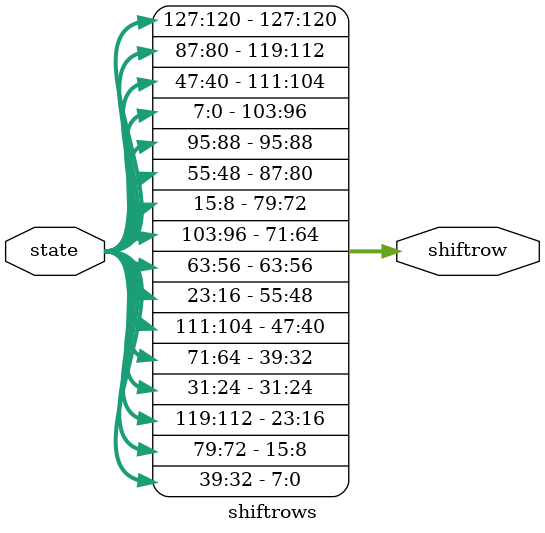
<source format=v>
module shiftrows(
input [127:0] state,
output reg [127:0] shiftrow
);

always@(*) begin
//first row not shifted
shiftrow[127:120]=state[127:120];
shiftrow[95:88]=state[95:88];
shiftrow[63:56]=state[63:56];
shiftrow[31:24]=state[31:24];

//second row shifted one byte left
shiftrow[119:112]=state[87:80];
shiftrow[87:80]=state[55:48];
shiftrow[55:48]=state[23:16];
shiftrow[23:16]=state[119:112];

//third row shifted two bytes left
shiftrow[111:104]=state[47:40];
shiftrow[79:72]=state[15:8];
shiftrow[47:40]=state[111:104];
shiftrow[15:8]=state[79:72];

//fourth row shifted three bytes left
shiftrow[103:96]=state[7:0];
shiftrow[71:64]=state[103:96];
shiftrow[39:32]=state[71:64];
shiftrow[7:0]=state[39:32];
end
endmodule
</source>
